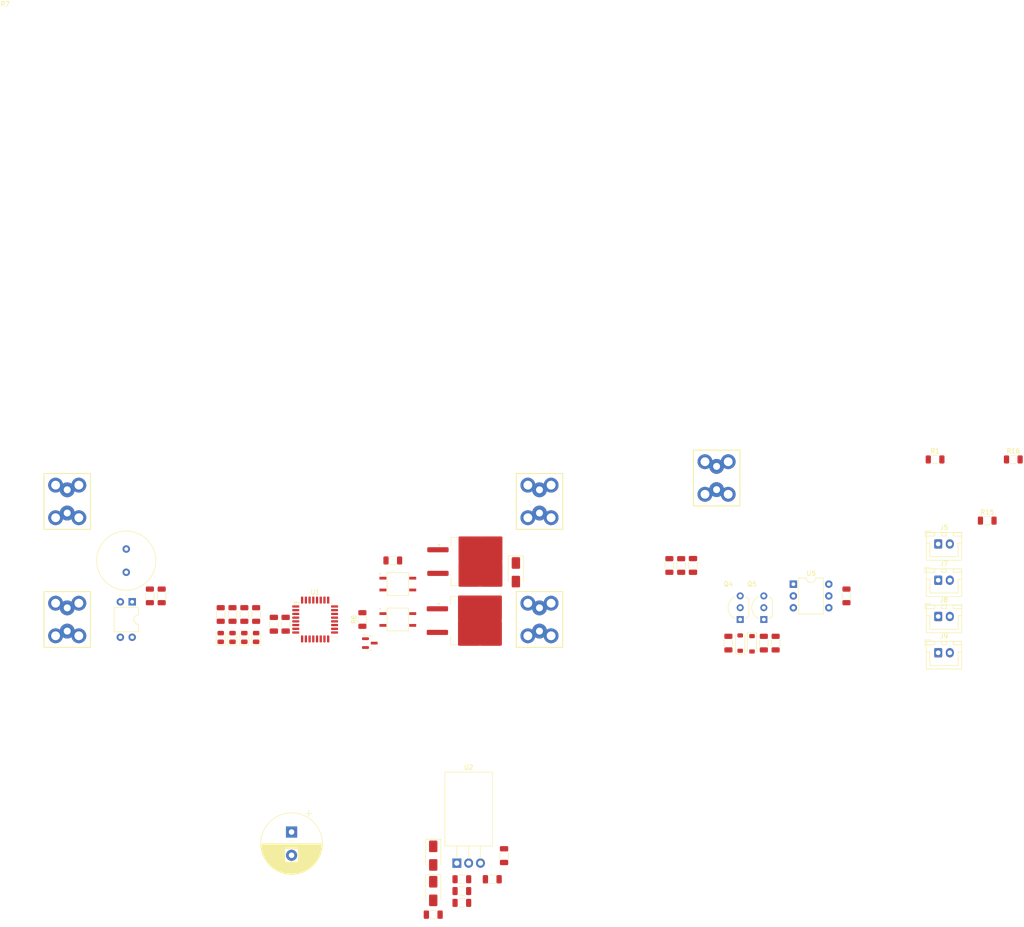
<source format=kicad_pcb>
(kicad_pcb (version 20240108) (generator "pcbnew") (generator_version "8.0")
  (layers (0 "F.Cu" signal) (31 "B.Cu" signal) (34 "B.Paste" user) (35 "F.Paste" user) (36 "B.SilkS" user "B.Silkscreen") (37 "F.SilkS" user "F.Silkscreen") (38 "B.Mask" user) (39 "F.Mask" user) (44 "Edge.Cuts" user))
  (net 0 "")
  (net 1 "GND")
  (net 2 "+12V")
  (net 3 "Net-(D2-A)")
  (net 4 "+3.3V")
  (net 5 "Net-(U1-NRST)")
  (net 6 "Net-(R2-Pad2)")
  (net 12 "Net-(C7-Pad1)")
  (net 16 "NEG_SPK_OUT")
  (net 35 "Net-(D3-A2)")
  (net 36 "Net-(D3-A1)")
  (net 37 "Net-(Q1-S)")
  (net 38 "Net-(Q1-G)")
  (net 39 "Net-(Q3-C)")
  (net 40 "Net-(Q3-B)")
  (net 41 "Net-(R5-Pad2)")
  (net 42 "SPK_ON")
  (net 43 "DC_DETECT")
  (net 44 "SW_DATA")
  (net 45 "SW_CLK")
  (net 46 "ADC0")
  (net 47 "Net-(D4-A)")
  (net 48 "Net-(Q4-E)")
  (net 49 "Net-(D4-K)")
  (net 50 "Net-(D5-K)")
  (net 51 "Net-(D6-A)")
  (net 52 "Net-(D7-A)")
  (net 53 "Net-(D8-A)")
  (net 54 "Net-(D9-A)")
  (net 55 "Net-(J5-Pin_1)")
  (net 56 "Net-(J5-Pin_2)")
  (net 57 "+70V")
  (net 58 "Net-(J8-Pin_1)")
  (net 59 "Net-(J9-Pin_1)")
  (net 60 "Net-(Q4-B)")
  (net 61 "Net-(Q5-C)")
  (net 62 "OVERCURRENT_DETECT")
  (net 63 "LED_OVERCURRENT")
  (net 64 "LED_DC")
  (net 65 "LED_OVERTEMPERATURE")
  (net 66 "LED_SPKON")
  (net 67 "Net-(U3-Pad2)")
  (footprint "Resistor_SMD:R_1206_3216Metric" (layer "F.Cu") (at 182.88 64.5775 -90)
    (property "Reference" "R9" (hide yes))
    (property "Value" "470R")
    (pad "1" smd roundrect (at -1.4625 0 270) (size 1.125 1.75) (layers "F.Cu" "F.Paste" "F.Mask") (roundrect_rratio 0.222222) (net 55 "Net-(J5-Pin_1)"))
    (pad "2" smd roundrect (at 1.4625 0 270) (size 1.125 1.75) (layers "F.Cu" "F.Paste" "F.Mask") (roundrect_rratio 0.222222) (net 47 "Net-(D4-A)"))
  )
  (footprint "Resistor_SMD:R_1206_3216Metric" (layer "F.Cu") (at 88.9 75.1225 -90)
    (property "Reference" "R17" (hide yes))
    (property "Value" "140R")
    (pad "1" smd roundrect (at -1.4625 0 270) (size 1.125 1.75) (layers "F.Cu" "F.Paste" "F.Mask") (roundrect_rratio 0.222222) (net 63 "LED_OVERCURRENT"))
    (pad "2" smd roundrect (at 1.4625 0 270) (size 1.125 1.75) (layers "F.Cu" "F.Paste" "F.Mask") (roundrect_rratio 0.222222) (net 51 "Net-(D6-A)"))
  )
  (footprint "Resistor_SMD:R_1206_3216Metric" (layer "F.Cu") (at 218.44 71.12 90)
    (property "Reference" "R14" (hide yes))
    (property "Value" "4.7k")
    (pad "1" smd roundrect (at -1.4625 0 90) (size 1.125 1.75) (layers "F.Cu" "F.Paste" "F.Mask") (roundrect_rratio 0.222222) (net 62 "OVERCURRENT_DETECT"))
    (pad "2" smd roundrect (at 1.4625 0 90) (size 1.125 1.75) (layers "F.Cu" "F.Paste" "F.Mask") (roundrect_rratio 0.222222) (net 1 "GND"))
  )
  (footprint "CustomKicadFootprint:KEYSTONE_8191" (layer "F.Cu") (at 50.8 76.2)
    (property "Reference" "J2" (hide yes))
    (property "Value" "8191" (hide yes))
    (pad "1" thru_hole circle (at -2.5 -3.505) (size 3.2 3.2) (drill 1.9) (layers "*.Cu" "*.Mask") (net 36 "Net-(D3-A1)"))
    (pad "1" thru_hole circle (at -2.5 3.505) (size 3.2 3.2) (drill 1.9) (layers "*.Cu" "*.Mask") (net 36 "Net-(D3-A1)"))
    (pad "1" thru_hole circle (at 0 -2.5) (size 3.2 3.2) (drill 1.5) (layers "*.Cu" "*.Mask") (net 36 "Net-(D3-A1)"))
    (pad "1" thru_hole circle (at 0 2.5) (size 3.2 3.2) (drill 1.5) (layers "*.Cu" "*.Mask") (net 36 "Net-(D3-A1)"))
    (pad "1" thru_hole circle (at 2.5 -3.505) (size 3.2 3.2) (drill 1.9) (layers "*.Cu" "*.Mask") (net 36 "Net-(D3-A1)"))
    (pad "1" thru_hole circle (at 2.5 3.505) (size 3.2 3.2) (drill 1.9) (layers "*.Cu" "*.Mask") (net 36 "Net-(D3-A1)"))
  )
  (footprint "Connector_JST:JST_XH_B2B-XH-A_1x02_P2.50mm_Vertical" (layer "F.Cu") (at 238.175 59.95)
    (property "Reference" "J5" (at 1.25 -3.55 0) (layer "F.SilkS"))
    (property "Value" "JST XH")
    (pad "1" thru_hole roundrect (at 0 0) (size 1.7 2) (drill 1) (layers "*.Cu" "*.Mask") (roundrect_rratio 0.147059) (net 55 "Net-(J5-Pin_1)"))
    (pad "2" thru_hole oval (at 2.5 0) (size 1.7 2) (drill 1) (layers "*.Cu" "*.Mask") (net 56 "Net-(J5-Pin_2)"))
  )
  (footprint "Resistor_SMD:R_1206_3216Metric" (layer "F.Cu") (at 68.58 71.12 -90)
    (property "Reference" "R7" (at -127.345 31.14 360) (layer "F.SilkS"))
    (property "Value" "4.7k")
    (pad "1" smd roundrect (at -1.4625 0 270) (size 1.125 1.75) (layers "F.Cu" "F.Paste" "F.Mask") (roundrect_rratio 0.222222) (net 36 "Net-(D3-A1)"))
    (pad "2" smd roundrect (at 1.4625 0 270) (size 1.125 1.75) (layers "F.Cu" "F.Paste" "F.Mask") (roundrect_rratio 0.222222) (net 12 "Net-(C7-Pad1)"))
  )
  (footprint "Package_TO_SOT_THT:TO-220-3_Horizontal_TabDown" (layer "F.Cu") (at 134.62 128.61)
    (property "Reference" "U2" (at 2.54 -20.58 0) (layer "F.SilkS"))
    (property "Value" "LM317_TO-220" (hide yes))
    (pad "" np_thru_hole oval (at 2.54 -16.66) (size 3.5 3.5) (drill 3.5) (layers "*.Cu" "*.Mask"))
    (pad "1" thru_hole rect (at 0 0) (size 1.905 2) (drill 1.1) (layers "*.Cu" "*.Mask") (net 3 "Net-(D2-A)"))
    (pad "2" thru_hole oval (at 2.54 0) (size 1.905 2) (drill 1.1) (layers "*.Cu" "*.Mask") (net 4 "+3.3V"))
    (pad "3" thru_hole oval (at 5.08 0) (size 1.905 2) (drill 1.1) (layers "*.Cu" "*.Mask") (net 2 "+12V"))
  )
  (footprint "Diode_SMD:D_SMA" (layer "F.Cu") (at 129.54 134.62 -90)
    (property "Reference" "D2" (hide yes))
    (property "Value" "SS210")
    (pad "1" smd roundrect (at -2 0 270) (size 2.5 1.8) (layers "F.Cu" "F.Paste" "F.Mask") (roundrect_rratio 0.1388888889) (net 4 "+3.3V"))
    (pad "2" smd roundrect (at 2 0 270) (size 2.5 1.8) (layers "F.Cu" "F.Paste" "F.Mask") (roundrect_rratio 0.1388888889) (net 3 "Net-(D2-A)"))
  )
  (footprint "Resistor_SMD:R_1206_3216Metric" (layer "F.Cu") (at 254.335 41.77)
    (property "Reference" "R16" (at 0 -1.82 0) (layer "F.SilkS"))
    (property "Value" "4.7k")
    (pad "1" smd roundrect (at -1.4625 0) (size 1.125 1.75) (layers "F.Cu" "F.Paste" "F.Mask") (roundrect_rratio 0.222222) (net 4 "+3.3V"))
    (pad "2" smd roundrect (at 1.4625 0) (size 1.125 1.75) (layers "F.Cu" "F.Paste" "F.Mask") (roundrect_rratio 0.222222) (net 58 "Net-(J8-Pin_1)"))
  )
  (footprint "Package_TO_SOT_THT:TO-92_Inline_Wide" (layer "F.Cu") (at 200.66 76.2 90)
    (property "Reference" "Q5" (at 7.62 -2.54 180) (layer "F.SilkS"))
    (property "Value" "2N5551" (hide yes))
    (pad "1" thru_hole rect (at 0 0 90) (size 1.5 1.5) (drill 0.8) (layers "*.Cu" "*.Mask") (net 60 "Net-(Q4-B)"))
    (pad "2" thru_hole circle (at 2.54 0 90) (size 1.5 1.5) (drill 0.8) (layers "*.Cu" "*.Mask") (net 47 "Net-(D4-A)"))
    (pad "3" thru_hole circle (at 5.08 0 90) (size 1.5 1.5) (drill 0.8) (layers "*.Cu" "*.Mask") (net 61 "Net-(Q5-C)"))
  )
  (footprint "Capacitor_SMD:C_1206_3216Metric" (layer "F.Cu") (at 97.79 77.216 -90)
    (property "Reference" "C4" (hide yes))
    (property "Value" "100n" (hide yes))
    (pad "1" smd roundrect (at -1.475 0 270) (size 1.15 1.8) (layers "F.Cu" "F.Paste" "F.Mask") (roundrect_rratio 0.217391) (net 4 "+3.3V"))
    (pad "2" smd roundrect (at 1.475 0 270) (size 1.15 1.8) (layers "F.Cu" "F.Paste" "F.Mask") (roundrect_rratio 0.217391) (net 1 "GND"))
  )
  (footprint "Resistor_SMD:R_1206_3216Metric" (layer "F.Cu") (at 135.6975 132.08 180)
    (property "Reference" "R3" (hide yes))
    (property "Value" "1k")
    (pad "1" smd roundrect (at -1.4625 0 180) (size 1.125 1.75) (layers "F.Cu" "F.Paste" "F.Mask") (roundrect_rratio 0.222222) (net 4 "+3.3V"))
    (pad "2" smd roundrect (at 1.4625 0 180) (size 1.125 1.75) (layers "F.Cu" "F.Paste" "F.Mask") (roundrect_rratio 0.222222) (net 3 "Net-(D2-A)"))
  )
  (footprint "Diode_SMD:D_SMA" (layer "F.Cu") (at 147.32 66.04 -90)
    (property "Reference" "D3" (hide yes))
    (property "Value" "SMAJ150CA")
    (pad "1" smd roundrect (at -2 0 270) (size 2.5 1.8) (layers "F.Cu" "F.Paste" "F.Mask") (roundrect_rratio 0.1388888889) (net 36 "Net-(D3-A1)"))
    (pad "2" smd roundrect (at 2 0 270) (size 2.5 1.8) (layers "F.Cu" "F.Paste" "F.Mask") (roundrect_rratio 0.1388888889) (net 35 "Net-(D3-A2)"))
  )
  (footprint "Resistor_SMD:R_1206_3216Metric" (layer "F.Cu") (at 135.6975 137.16 180)
    (property "Reference" "R4" (hide yes))
    (property "Value" "510R")
    (pad "1" smd roundrect (at -1.4625 0 180) (size 1.125 1.75) (layers "F.Cu" "F.Paste" "F.Mask") (roundrect_rratio 0.222222) (net 6 "Net-(R2-Pad2)"))
    (pad "2" smd roundrect (at 1.4625 0 180) (size 1.125 1.75) (layers "F.Cu" "F.Paste" "F.Mask") (roundrect_rratio 0.222222) (net 1 "GND"))
  )
  (footprint "Resistor_SMD:R_1206_3216Metric" (layer "F.Cu") (at 83.82 75.1225 -90)
    (property "Reference" "R20" (hide yes))
    (property "Value" "108R")
    (pad "1" smd roundrect (at -1.4625 0 270) (size 1.125 1.75) (layers "F.Cu" "F.Paste" "F.Mask") (roundrect_rratio 0.222222) (net 66 "LED_SPKON"))
    (pad "2" smd roundrect (at 1.4625 0 270) (size 1.125 1.75) (layers "F.Cu" "F.Paste" "F.Mask") (roundrect_rratio 0.222222) (net 54 "Net-(D9-A)"))
  )
  (footprint "Capacitor_SMD:C_1206_3216Metric" (layer "F.Cu") (at 129.54 139.7)
    (property "Reference" "C3" (hide yes))
    (property "Value" "100n")
    (pad "1" smd roundrect (at -1.475 0) (size 1.15 1.8) (layers "F.Cu" "F.Paste" "F.Mask") (roundrect_rratio 0.217391) (net 3 "Net-(D2-A)"))
    (pad "2" smd roundrect (at 1.475 0) (size 1.15 1.8) (layers "F.Cu" "F.Paste" "F.Mask") (roundrect_rratio 0.217391) (net 1 "GND"))
  )
  (footprint "Resistor_SMD:R_1206_3216Metric" (layer "F.Cu") (at 200.66 81.28 90)
    (property "Reference" "R12" (hide yes))
    (property "Value" "18k")
    (pad "1" smd roundrect (at -1.4625 0 90) (size 1.125 1.75) (layers "F.Cu" "F.Paste" "F.Mask") (roundrect_rratio 0.222222) (net 48 "Net-(Q4-E)"))
    (pad "2" smd roundrect (at 1.4625 0 90) (size 1.125 1.75) (layers "F.Cu" "F.Paste" "F.Mask") (roundrect_rratio 0.222222) (net 50 "Net-(D5-K)"))
  )
  (footprint "Resistor_SMD:R_1206_3216Metric" (layer "F.Cu") (at 180.34 64.5775 -90)
    (property "Reference" "R10" (hide yes))
    (property "Value" "470R")
    (pad "1" smd roundrect (at -1.4625 0 270) (size 1.125 1.75) (layers "F.Cu" "F.Paste" "F.Mask") (roundrect_rratio 0.222222) (net 56 "Net-(J5-Pin_2)"))
    (pad "2" smd roundrect (at 1.4625 0 270) (size 1.125 1.75) (layers "F.Cu" "F.Paste" "F.Mask") (roundrect_rratio 0.222222) (net 48 "Net-(Q4-E)"))
  )
  (footprint "CustomKicadFootprint:KEYSTONE_8191" (layer "F.Cu") (at 152.4 50.8)
    (property "Reference" "J4" (hide yes))
    (property "Value" "8191" (hide yes))
    (pad "1" thru_hole circle (at -2.5 -3.505) (size 3.2 3.2) (drill 1.9) (layers "*.Cu" "*.Mask") (net 16 "NEG_SPK_OUT"))
    (pad "1" thru_hole circle (at -2.5 3.505) (size 3.2 3.2) (drill 1.9) (layers "*.Cu" "*.Mask") (net 16 "NEG_SPK_OUT"))
    (pad "1" thru_hole circle (at 0 -2.5) (size 3.2 3.2) (drill 1.5) (layers "*.Cu" "*.Mask") (net 16 "NEG_SPK_OUT"))
    (pad "1" thru_hole circle (at 0 2.5) (size 3.2 3.2) (drill 1.5) (layers "*.Cu" "*.Mask") (net 16 "NEG_SPK_OUT"))
    (pad "1" thru_hole circle (at 2.5 -3.505) (size 3.2 3.2) (drill 1.9) (layers "*.Cu" "*.Mask") (net 16 "NEG_SPK_OUT"))
    (pad "1" thru_hole circle (at 2.5 3.505) (size 3.2 3.2) (drill 1.9) (layers "*.Cu" "*.Mask") (net 16 "NEG_SPK_OUT"))
  )
  (footprint "Resistor_SMD:R_1206_3216Metric" (layer "F.Cu") (at 120.8425 63.5)
    (property "Reference" "R5" (hide yes))
    (property "Value" "2k2")
    (pad "1" smd roundrect (at -1.4625 0) (size 1.125 1.75) (layers "F.Cu" "F.Paste" "F.Mask") (roundrect_rratio 0.222222) (net 2 "+12V"))
    (pad "2" smd roundrect (at 1.4625 0) (size 1.125 1.75) (layers "F.Cu" "F.Paste" "F.Mask") (roundrect_rratio 0.222222) (net 41 "Net-(R5-Pad2)"))
  )
  (footprint "Resistor_SMD:R_1206_3216Metric" (layer "F.Cu") (at 193.04 81.28 -90)
    (property "Reference" "R11" (hide yes))
    (property "Value" "18k")
    (pad "1" smd roundrect (at -1.4625 0 270) (size 1.125 1.75) (layers "F.Cu" "F.Paste" "F.Mask") (roundrect_rratio 0.222222) (net 16 "NEG_SPK_OUT"))
    (pad "2" smd roundrect (at 1.4625 0 270) (size 1.125 1.75) (layers "F.Cu" "F.Paste" "F.Mask") (roundrect_rratio 0.222222) (net 49 "Net-(D4-K)"))
  )
  (footprint "Capacitor_THT:C_Radial_D12.5mm_H20.0mm_P5.00mm" (layer "F.Cu") (at 63.5 66.04 90)
    (property "Reference" "C7" (hide yes))
    (property "Value" "220u" (hide yes))
    (pad "1" thru_hole circle (at 0 0 90) (size 1.6 1.6) (drill 0.8) (layers "*.Cu" "*.Mask") (net 12 "Net-(C7-Pad1)"))
    (pad "2" thru_hole circle (at 5 0 90) (size 1.6 1.6) (drill 0.8) (layers "*.Cu" "*.Mask") (net 16 "NEG_SPK_OUT"))
  )
  (footprint "Package_TO_SOT_THT:TO-92_Inline_Wide" (layer "F.Cu") (at 195.58 76.2 90)
    (property "Reference" "Q4" (at 7.62 -2.54 180) (layer "F.SilkS"))
    (property "Value" "BC549" (hide yes))
    (pad "1" thru_hole rect (at 0 0 90) (size 1.5 1.5) (drill 0.8) (layers "*.Cu" "*.Mask") (net 47 "Net-(D4-A)"))
    (pad "2" thru_hole circle (at 2.54 0 90) (size 1.5 1.5) (drill 0.8) (layers "*.Cu" "*.Mask") (net 60 "Net-(Q4-B)"))
    (pad "3" thru_hole circle (at 5.08 0 90) (size 1.5 1.5) (drill 0.8) (layers "*.Cu" "*.Mask") (net 48 "Net-(Q4-E)"))
  )
  (footprint "Diode_SMD:D_SOD-123" (layer "F.Cu") (at 198.12 81.43 -90)
    (property "Reference" "D5" (hide yes))
    (property "Value" "1N4148W")
    (pad "1" smd roundrect (at -1.65 0 270) (size 0.9 1.2) (layers "F.Cu" "F.Paste" "F.Mask") (net 50 "Net-(D5-K)"))
    (pad "2" smd roundrect (at 1.65 0 270) (size 0.9 1.2) (layers "F.Cu" "F.Paste" "F.Mask") (net 16 "NEG_SPK_OUT"))
  )
  (footprint "Capacitor_THT:CP_Radial_D13.0mm_P5.00mm" (layer "F.Cu") (at 99.06 121.92 -90)
    (property "Reference" "C1" (hide yes))
    (property "Value" "1000u" (hide yes))
    (pad "1" thru_hole rect (at 0 0 270) (size 2.4 2.4) (drill 1.2) (layers "*.Cu" "*.Mask") (net 2 "+12V"))
    (pad "2" thru_hole circle (at 5 0 270) (size 2.4 2.4) (drill 1.2) (layers "*.Cu" "*.Mask") (net 1 "GND"))
  )
  (footprint "Diode_SMD:D_SOD-123" (layer "F.Cu") (at 195.58 81.28 90)
    (property "Reference" "D4" (hide yes))
    (property "Value" "1N4148W")
    (pad "1" smd roundrect (at -1.65 0 90) (size 0.9 1.2) (layers "F.Cu" "F.Paste" "F.Mask") (net 49 "Net-(D4-K)"))
    (pad "2" smd roundrect (at 1.65 0 90) (size 0.9 1.2) (layers "F.Cu" "F.Paste" "F.Mask") (net 47 "Net-(D4-A)"))
  )
  (footprint "LED_SMD:LED_0805_2012Metric" (layer "F.Cu") (at 88.9 80.0625 90)
    (property "Reference" "D6" (hide yes))
    (property "Value" "LED")
    (pad "1" smd roundrect (at -0.9375 0 90) (size 0.975 1.4) (layers "F.Cu" "F.Paste" "F.Mask") (net 1 "GND"))
    (pad "2" smd roundrect (at 0.9375 0 90) (size 0.975 1.4) (layers "F.Cu" "F.Paste" "F.Mask") (net 51 "Net-(D6-A)"))
  )
  (footprint "Capacitor_SMD:C_1206_3216Metric" (layer "F.Cu") (at 144.78 127 90)
    (property "Reference" "C2" (hide yes))
    (property "Value" "1u")
    (pad "1" smd roundrect (at -1.475 0 90) (size 1.15 1.8) (layers "F.Cu" "F.Paste" "F.Mask") (roundrect_rratio 0.217391) (net 2 "+12V"))
    (pad "2" smd roundrect (at 1.475 0 90) (size 1.15 1.8) (layers "F.Cu" "F.Paste" "F.Mask") (roundrect_rratio 0.217391) (net 1 "GND"))
  )
  (footprint "LED_SMD:LED_0805_2012Metric" (layer "F.Cu") (at 91.44 80.0625 90)
    (property "Reference" "D7" (hide yes))
    (property "Value" "LED")
    (pad "1" smd roundrect (at -0.9375 0 90) (size 0.975 1.4) (layers "F.Cu" "F.Paste" "F.Mask") (net 1 "GND"))
    (pad "2" smd roundrect (at 0.9375 0 90) (size 0.975 1.4) (layers "F.Cu" "F.Paste" "F.Mask") (net 52 "Net-(D7-A)"))
  )
  (footprint "Resistor_SMD:R_1206_3216Metric" (layer "F.Cu") (at 86.36 75.1225 -90)
    (property "Reference" "R19" (hide yes))
    (property "Value" "140R")
    (pad "1" smd roundrect (at -1.4625 0 270) (size 1.125 1.75) (layers "F.Cu" "F.Paste" "F.Mask") (roundrect_rratio 0.222222) (net 65 "LED_OVERTEMPERATURE"))
    (pad "2" smd roundrect (at 1.4625 0 270) (size 1.125 1.75) (layers "F.Cu" "F.Paste" "F.Mask") (roundrect_rratio 0.222222) (net 53 "Net-(D8-A)"))
  )
  (footprint "Connector_JST:JST_XH_B2B-XH-A_1x02_P2.50mm_Vertical" (layer "F.Cu") (at 238.175 75.55)
    (property "Reference" "J8" (at 1.25 -3.55 0) (layer "F.SilkS"))
    (property "Value" "JST XH")
    (pad "1" thru_hole roundrect (at 0 0) (size 1.7 2) (drill 1) (layers "*.Cu" "*.Mask") (roundrect_rratio 0.147059) (net 58 "Net-(J8-Pin_1)"))
    (pad "2" thru_hole oval (at 2.5 0) (size 1.7 2) (drill 1) (layers "*.Cu" "*.Mask") (net 1 "GND"))
  )
  (footprint "Resistor_SMD:R_1206_3216Metric" (layer "F.Cu") (at 135.6975 134.62)
    (property "Reference" "R2" (hide yes))
    (property "Value" "1k")
    (pad "1" smd roundrect (at -1.4625 0) (size 1.125 1.75) (layers "F.Cu" "F.Paste" "F.Mask") (roundrect_rratio 0.222222) (net 3 "Net-(D2-A)"))
    (pad "2" smd roundrect (at 1.4625 0) (size 1.125 1.75) (layers "F.Cu" "F.Paste" "F.Mask") (roundrect_rratio 0.222222) (net 6 "Net-(R2-Pad2)"))
  )
  (footprint "footprints:SOIC254P695X242-4N" (layer "F.Cu") (at 121.92 68.58)
    (property "Reference" "U3" (hide yes))
    (property "Value" "VOM1271T")
    (pad "1" smd rect (at -3.205 -1.27) (size 1.5 0.6) (layers "F.Cu" "F.Paste" "F.Mask") (net 41 "Net-(R5-Pad2)"))
    (pad "2" smd rect (at -3.205 1.27) (size 1.5 0.6) (layers "F.Cu" "F.Paste" "F.Mask") (net 67 "Net-(U3-Pad2)"))
    (pad "3" smd rect (at 3.205 1.27) (size 1.5 0.6) (layers "F.Cu" "F.Paste" "F.Mask") (net 37 "Net-(Q1-S)"))
    (pad "4" smd rect (at 3.205 -1.27) (size 1.5 0.6) (layers "F.Cu" "F.Paste" "F.Mask") (net 38 "Net-(Q1-G)"))
  )
  (footprint "Resistor_SMD:R_1206_3216Metric" (layer "F.Cu") (at 71.12 71.12 90)
    (property "Reference" "R8" (hide yes))
    (property "Value" "4.7k")
    (pad "1" smd roundrect (at -1.4625 0 90) (size 1.125 1.75) (layers "F.Cu" "F.Paste" "F.Mask") (roundrect_rratio 0.222222) (net 43 "DC_DETECT"))
    (pad "2" smd roundrect (at 1.4625 0 90) (size 1.125 1.75) (layers "F.Cu" "F.Paste" "F.Mask") (roundrect_rratio 0.222222) (net 1 "GND"))
  )
  (footprint "Package_TO_SOT_SMD:TO-263-2" (layer "F.Cu") (at 138.085 76.435)
    (property "Reference" "Q2" (hide yes))
    (property "Value" "027N10N" (hide yes))
    (pad "1" smd roundrect (at -7.65 -2.54) (size 4.6 1.1) (layers "F.Cu" "F.Paste" "F.Mask") (roundrect_rratio 0.227273) (net 38 "Net-(Q1-G)"))
    (pad "2" smd roundrect (at -0.925 -2.775) (size 4.55 5.25) (layers "F.Cu" "F.Paste") (roundrect_rratio 0.054945) (net 35 "Net-(D3-A2)"))
    (pad "2" smd roundrect (at -0.925 2.775) (size 4.55 5.25) (layers "F.Cu" "F.Paste") (roundrect_rratio 0.054945) (net 35 "Net-(D3-A2)"))
    (pad "2" smd roundrect (at 1.5 0) (size 9.4 10.8) (layers "F.Cu" "F.Mask") (roundrect_rratio 0.026596) (net 35 "Net-(D3-A2)"))
    (pad "2" smd roundrect (at 3.925 -2.775) (size 4.55 5.25) (layers "F.Cu" "F.Paste") (roundrect_rratio 0.054945) (net 35 "Net-(D3-A2)"))
    (pad "2" smd roundrect (at 3.925 2.775) (size 4.55 5.25) (layers "F.Cu" "F.Paste") (roundrect_rratio 0.054945) (net 35 "Net-(D3-A2)"))
    (pad "3" smd roundrect (at -7.65 2.54) (size 4.6 1.1) (layers "F.Cu" "F.Paste" "F.Mask") (roundrect_rratio 0.227273) (net 37 "Net-(Q1-S)"))
  )
  (footprint "Resistor_SMD:R_1206_3216Metric" (layer "F.Cu") (at 248.725 54.93)
    (property "Reference" "R15" (at 0 -1.82 0) (layer "F.SilkS"))
    (property "Value" "4.7k")
    (pad "1" smd roundrect (at -1.4625 0) (size 1.125 1.75) (layers "F.Cu" "F.Paste" "F.Mask") (roundrect_rratio 0.222222) (net 4 "+3.3V"))
    (pad "2" smd roundrect (at 1.4625 0) (size 1.125 1.75) (layers "F.Cu" "F.Paste" "F.Mask") (roundrect_rratio 0.222222) (net 59 "Net-(J9-Pin_1)"))
  )
  (footprint "Package_DIP:DIP-4_W7.62mm" (layer "F.Cu") (at 64.775 72.4 -90)
    (property "Reference" "U6" (hide yes))
    (property "Value" "LTV-8141")
    (pad "1" thru_hole rect (at 0 0 270) (size 1.6 1.6) (drill 0.8) (layers "*.Cu" "*.Mask") (net 12 "Net-(C7-Pad1)"))
    (pad "2" thru_hole oval (at 0 2.54 270) (size 1.6 1.6) (drill 0.8) (layers "*.Cu" "*.Mask") (net 16 "NEG_SPK_OUT"))
    (pad "3" thru_hole oval (at 7.62 2.54 270) (size 1.6 1.6) (drill 0.8) (layers "*.Cu" "*.Mask") (net 43 "DC_DETECT"))
    (pad "4" thru_hole oval (at 7.62 0 270) (size 1.6 1.6) (drill 0.8) (layers "*.Cu" "*.Mask") (net 4 "+3.3V"))
  )
  (footprint "Capacitor_SMD:C_1206_3216Metric" (layer "F.Cu") (at 185.42 64.565 90)
    (property "Reference" "C8" (hide yes))
    (property "Value" "2.2u")
    (pad "1" smd roundrect (at -1.475 0 90) (size 1.15 1.8) (layers "F.Cu" "F.Paste" "F.Mask") (roundrect_rratio 0.217391) (net 47 "Net-(D4-A)"))
    (pad "2" smd roundrect (at 1.475 0 90) (size 1.15 1.8) (layers "F.Cu" "F.Paste" "F.Mask") (roundrect_rratio 0.217391) (net 48 "Net-(Q4-E)"))
  )
  (footprint "Capacitor_SMD:C_1206_3216Metric" (layer "F.Cu") (at 95.25 77.216 -90)
    (property "Reference" "C5" (hide yes))
    (property "Value" "4.7u" (hide yes))
    (pad "1" smd roundrect (at -1.475 0 270) (size 1.15 1.8) (layers "F.Cu" "F.Paste" "F.Mask") (roundrect_rratio 0.217391) (net 4 "+3.3V"))
    (pad "2" smd roundrect (at 1.475 0 270) (size 1.15 1.8) (layers "F.Cu" "F.Paste" "F.Mask") (roundrect_rratio 0.217391) (net 1 "GND"))
  )
  (footprint "Resistor_SMD:R_1206_3216Metric" (layer "F.Cu") (at 114.3 76.2 90)
    (property "Reference" "R6" (at 0 -1.82 90) (layer "F.SilkS"))
    (property "Value" "1k")
    (pad "1" smd roundrect (at -1.4625 0 90) (size 1.125 1.75) (layers "F.Cu" "F.Paste" "F.Mask") (roundrect_rratio 0.222222) (net 40 "Net-(Q3-B)"))
    (pad "2" smd roundrect (at 1.4625 0 90) (size 1.125 1.75) (layers "F.Cu" "F.Paste" "F.Mask") (roundrect_rratio 0.222222) (net 42 "SPK_ON"))
  )
  (footprint "LED_SMD:LED_0805_2012Metric" (layer "F.Cu") (at 86.36 80.0625 90)
    (property "Reference" "D8" (hide yes))
    (property "Value" "LED")
    (pad "1" smd roundrect (at -0.9375 0 90) (size 0.975 1.4) (layers "F.Cu" "F.Paste" "F.Mask") (net 1 "GND"))
    (pad "2" smd roundrect (at 0.9375 0 90) (size 0.975 1.4) (layers "F.Cu" "F.Paste" "F.Mask") (net 53 "Net-(D8-A)"))
  )
  (footprint "CustomKicadFootprint:KEYSTONE_8191" (layer "F.Cu") (at 50.8 50.8)
    (property "Reference" "J3" (hide yes))
    (property "Value" "8191" (hide yes))
    (pad "1" thru_hole circle (at -2.5 -3.505) (size 3.2 3.2) (drill 1.9) (layers "*.Cu" "*.Mask") (net 16 "NEG_SPK_OUT"))
    (pad "1" thru_hole circle (at -2.5 3.505) (size 3.2 3.2) (drill 1.9) (layers "*.Cu" "*.Mask") (net 16 "NEG_SPK_OUT"))
    (pad "1" thru_hole circle (at 0 -2.5) (size 3.2 3.2) (drill 1.5) (layers "*.Cu" "*.Mask") (net 16 "NEG_SPK_OUT"))
    (pad "1" thru_hole circle (at 0 2.5) (size 3.2 3.2) (drill 1.5) (layers "*.Cu" "*.Mask") (net 16 "NEG_SPK_OUT"))
    (pad "1" thru_hole circle (at 2.5 -3.505) (size 3.2 3.2) (drill 1.9) (layers "*.Cu" "*.Mask") (net 16 "NEG_SPK_OUT"))
    (pad "1" thru_hole circle (at 2.5 3.505) (size 3.2 3.2) (drill 1.9) (layers "*.Cu" "*.Mask") (net 16 "NEG_SPK_OUT"))
  )
  (footprint "Connector_JST:JST_XH_B2B-XH-A_1x02_P2.50mm_Vertical" (layer "F.Cu") (at 238.175 67.75)
    (property "Reference" "J7" (at 1.25 -3.55 0) (layer "F.SilkS"))
    (property "Value" "JST XH")
    (pad "1" thru_hole roundrect (at 0 0) (size 1.7 2) (drill 1) (layers "*.Cu" "*.Mask") (roundrect_rratio 0.147059) (net 2 "+12V"))
    (pad "2" thru_hole oval (at 2.5 0) (size 1.7 2) (drill 1) (layers "*.Cu" "*.Mask") (net 1 "GND"))
  )
  (footprint "Resistor_SMD:R_1206_3216Metric" (layer "F.Cu") (at 203.2 81.28 90)
    (property "Reference" "R13" (hide yes))
    (property "Value" "220R")
    (pad "1" smd roundrect (at -1.4625 0 90) (size 1.125 1.75) (layers "F.Cu" "F.Paste" "F.Mask") (roundrect_rratio 0.222222) (net 48 "Net-(Q4-E)"))
    (pad "2" smd roundrect (at 1.4625 0 90) (size 1.125 1.75) (layers "F.Cu" "F.Paste" "F.Mask") (roundrect_rratio 0.222222) (net 60 "Net-(Q4-B)"))
  )
  (footprint "Resistor_SMD:R_1206_3216Metric" (layer "F.Cu") (at 91.44 75.1225 -90)
    (property "Reference" "R18" (hide yes))
    (property "Value" "140R")
    (pad "1" smd roundrect (at -1.4625 0 270) (size 1.125 1.75) (layers "F.Cu" "F.Paste" "F.Mask") (roundrect_rratio 0.222222) (net 64 "LED_DC"))
    (pad "2" smd roundrect (at 1.4625 0 270) (size 1.125 1.75) (layers "F.Cu" "F.Paste" "F.Mask") (roundrect_rratio 0.222222) (net 52 "Net-(D7-A)"))
  )
  (footprint "CustomKicadFootprint:KEYSTONE_8191" (layer "F.Cu") (at 152.4 76.2)
    (property "Reference" "J1" (hide yes))
    (property "Value" "8191" (hide yes))
    (pad "1" thru_hole circle (at -2.5 -3.505) (size 3.2 3.2) (drill 1.9) (layers "*.Cu" "*.Mask") (net 35 "Net-(D3-A2)"))
    (pad "1" thru_hole circle (at -2.5 3.505) (size 3.2 3.2) (drill 1.9) (layers "*.Cu" "*.Mask") (net 35 "Net-(D3-A2)"))
    (pad "1" thru_hole circle (at 0 -2.5) (size 3.2 3.2) (drill 1.5) (layers "*.Cu" "*.Mask") (net 35 "Net-(D3-A2)"))
    (pad "1" thru_hole circle (at 0 2.5) (size 3.2 3.2) (drill 1.5) (layers "*.Cu" "*.Mask") (net 35 "Net-(D3-A2)"))
    (pad "1" thru_hole circle (at 2.5 -3.505) (size 3.2 3.2) (drill 1.9) (layers "*.Cu" "*.Mask") (net 35 "Net-(D3-A2)"))
    (pad "1" thru_hole circle (at 2.5 3.505) (size 3.2 3.2) (drill 1.9) (layers "*.Cu" "*.Mask") (net 35 "Net-(D3-A2)"))
  )
  (footprint "CustomKicadFootprint:KEYSTONE_8191" (layer "F.Cu") (at 190.5 45.76)
    (property "Reference" "J6" (hide yes))
    (property "Value" "8191" (hide yes))
    (pad "1" thru_hole circle (at -2.5 -3.505) (size 3.2 3.2) (drill 1.9) (layers "*.Cu" "*.Mask") (net 57 "+70V"))
    (pad "1" thru_hole circle (at -2.5 3.505) (size 3.2 3.2) (drill 1.9) (layers "*.Cu" "*.Mask") (net 57 "+70V"))
    (pad "1" thru_hole circle (at 0 -2.5) (size 3.2 3.2) (drill 1.5) (layers "*.Cu" "*.Mask") (net 57 "+70V"))
    (pad "1" thru_hole circle (at 0 2.5) (size 3.2 3.2) (drill 1.5) (layers "*.Cu" "*.Mask") (net 57 "+70V"))
    (pad "1" thru_hole circle (at 2.5 -3.505) (size 3.2 3.2) (drill 1.9) (layers "*.Cu" "*.Mask") (net 57 "+70V"))
    (pad "1" thru_hole circle (at 2.5 3.505) (size 3.2 3.2) (drill 1.9) (layers "*.Cu" "*.Mask") (net 57 "+70V"))
  )
  (footprint "Package_DIP:DIP-6_W7.62mm" (layer "F.Cu") (at 207.02 68.595)
    (property "Reference" "U5" (at 3.81 -2.33 0) (layer "F.SilkS"))
    (property "Value" "CNY17-3")
    (pad "1" thru_hole rect (at 0 0) (size 1.6 1.6) (drill 0.8) (layers "*.Cu" "*.Mask") (net 57 "+70V"))
    (pad "2" thru_hole oval (at 0 2.54) (size 1.6 1.6) (drill 0.8) (layers "*.Cu" "*.Mask") (net 61 "Net-(Q5-C)"))
    (pad "3" thru_hole oval (at 0 5.08) (size 1.6 1.6) (drill 0.8) (layers "*.Cu" "*.Mask"))
    (pad "4" thru_hole oval (at 7.62 5.08) (size 1.6 1.6) (drill 0.8) (layers "*.Cu" "*.Mask") (net 62 "OVERCURRENT_DETECT"))
    (pad "5" thru_hole oval (at 7.62 2.54) (size 1.6 1.6) (drill 0.8) (layers "*.Cu" "*.Mask") (net 4 "+3.3V"))
    (pad "6" thru_hole oval (at 7.62 0) (size 1.6 1.6) (drill 0.8) (layers "*.Cu" "*.Mask"))
  )
  (footprint "Package_TO_SOT_SMD:SOT-23" (layer "F.Cu") (at 115.9025 81.28)
    (property "Reference" "Q3" (hide yes))
    (property "Value" "MMBT3904")
    (pad "1" smd roundrect (at -0.9375 -0.95) (size 1.475 0.6) (layers "F.Cu" "F.Paste" "F.Mask") (net 40 "Net-(Q3-B)"))
    (pad "2" smd roundrect (at -0.9375 0.95) (size 1.475 0.6) (layers "F.Cu" "F.Paste" "F.Mask") (net 1 "GND"))
    (pad "3" smd roundrect (at 0.9375 0) (size 1.475 0.6) (layers "F.Cu" "F.Paste" "F.Mask") (net 39 "Net-(Q3-C)"))
  )
  (footprint "LED_SMD:LED_0805_2012Metric" (layer "F.Cu") (at 83.82 80.0625 90)
    (property "Reference" "D9" (hide yes))
    (property "Value" "LED")
    (pad "1" smd roundrect (at -0.9375 0 90) (size 0.975 1.4) (layers "F.Cu" "F.Paste" "F.Mask") (net 1 "GND"))
    (pad "2" smd roundrect (at 0.9375 0 90) (size 0.975 1.4) (layers "F.Cu" "F.Paste" "F.Mask") (net 54 "Net-(D9-A)"))
  )
  (footprint "Connector_JST:JST_XH_B2B-XH-A_1x02_P2.50mm_Vertical" (layer "F.Cu") (at 238.175 83.35)
    (property "Reference" "J9" (at 1.25 -3.55 0) (layer "F.SilkS"))
    (property "Value" "JST XH")
    (pad "1" thru_hole roundrect (at 0 0) (size 1.7 2) (drill 1) (layers "*.Cu" "*.Mask") (roundrect_rratio 0.147059) (net 59 "Net-(J9-Pin_1)"))
    (pad "2" thru_hole oval (at 2.5 0) (size 1.7 2) (drill 1) (layers "*.Cu" "*.Mask") (net 1 "GND"))
  )
  (footprint "Resistor_SMD:R_1206_3216Metric" (layer "F.Cu") (at 237.505 41.77)
    (property "Reference" "R1" (at 0 -1.82 0) (layer "F.SilkS"))
    (property "Value" "DNP")
    (pad "1" smd roundrect (at -1.4625 0) (size 1.125 1.75) (layers "F.Cu" "F.Paste" "F.Mask") (roundrect_rratio 0.222222) (net 1 "GND"))
    (pad "2" smd roundrect (at 1.4625 0) (size 1.125 1.75) (layers "F.Cu" "F.Paste" "F.Mask") (roundrect_rratio 0.222222) (net 5 "Net-(U1-NRST)"))
  )
  (footprint "Diode_SMD:D_SMA" (layer "F.Cu") (at 129.54 127 -90)
    (property "Reference" "D1" (hide yes))
    (property "Value" "SS210")
    (pad "1" smd roundrect (at -2 0 270) (size 2.5 1.8) (layers "F.Cu" "F.Paste" "F.Mask") (roundrect_rratio 0.1388888889) (net 2 "+12V"))
    (pad "2" smd roundrect (at 2 0 270) (size 2.5 1.8) (layers "F.Cu" "F.Paste" "F.Mask") (roundrect_rratio 0.1388888889) (net 4 "+3.3V"))
  )
  (footprint "footprints:SOIC254P695X242-4N" (layer "F.Cu") (at 121.92 76.2)
    (property "Reference" "U4" (hide yes))
    (property "Value" "VOM1271T")
    (pad "1" smd rect (at -3.205 -1.27) (size 1.5 0.6) (layers "F.Cu" "F.Paste" "F.Mask") (net 67 "Net-(U3-Pad2)"))
    (pad "2" smd rect (at -3.205 1.27) (size 1.5 0.6) (layers "F.Cu" "F.Paste" "F.Mask") (net 39 "Net-(Q3-C)"))
    (pad "3" smd rect (at 3.205 1.27) (size 1.5 0.6) (layers "F.Cu" "F.Paste" "F.Mask") (net 37 "Net-(Q1-S)"))
    (pad "4" smd rect (at 3.205 -1.27) (size 1.5 0.6) (layers "F.Cu" "F.Paste" "F.Mask") (net 38 "Net-(Q1-G)"))
  )
  (footprint "Capacitor_SMD:C_1206_3216Metric" (layer "F.Cu") (at 142.24 132.08)
    (property "Reference" "C6" (hide yes))
    (property "Value" "1u")
    (pad "1" smd roundrect (at -1.475 0) (size 1.15 1.8) (layers "F.Cu" "F.Paste" "F.Mask") (roundrect_rratio 0.217391) (net 4 "+3.3V"))
    (pad "2" smd roundrect (at 1.475 0) (size 1.15 1.8) (layers "F.Cu" "F.Paste" "F.Mask") (roundrect_rratio 0.217391) (net 1 "GND"))
  )
  (footprint "Package_TO_SOT_SMD:TO-263-2" (layer "F.Cu") (at 138.2 63.735)
    (property "Reference" "Q1" (hide yes))
    (property "Value" "027N10N" (hide yes))
    (pad "1" smd roundrect (at -7.65 -2.54) (size 4.6 1.1) (layers "F.Cu" "F.Paste" "F.Mask") (roundrect_rratio 0.227273) (net 38 "Net-(Q1-G)"))
    (pad "2" smd roundrect (at -0.925 -2.775) (size 4.55 5.25) (layers "F.Cu" "F.Paste") (roundrect_rratio 0.054945) (net 36 "Net-(D3-A1)"))
    (pad "2" smd roundrect (at -0.925 2.775) (size 4.55 5.25) (layers "F.Cu" "F.Paste") (roundrect_rratio 0.054945) (net 36 "Net-(D3-A1)"))
    (pad "2" smd roundrect (at 1.5 0) (size 9.4 10.8) (layers "F.Cu" "F.Mask") (roundrect_rratio 0.026596) (net 36 "Net-(D3-A1)"))
    (pad "2" smd roundrect (at 3.925 -2.775) (size 4.55 5.25) (layers "F.Cu" "F.Paste") (roundrect_rratio 0.054945) (net 36 "Net-(D3-A1)"))
    (pad "2" smd roundrect (at 3.925 2.775) (size 4.55 5.25) (layers "F.Cu" "F.Paste") (roundrect_rratio 0.054945) (net 36 "Net-(D3-A1)"))
    (pad "3" smd roundrect (at -7.65 2.54) (size 4.6 1.1) (layers "F.Cu" "F.Paste" "F.Mask") (roundrect_rratio 0.227273) (net 37 "Net-(Q1-S)"))
  )
  (footprint "Package_QFP:LQFP-32_7x7mm_P0.8mm" (layer "F.Cu") (at 104.14 76.2)
    (property "Reference" "U1" (at 0 -5.88 0) (layer "F.SilkS"))
    (property "Value" "STM32G030K6Tx" (hide yes))
    (pad "1" smd roundrect (at -4.175 -2.8) (size 1.5 0.5) (layers "F.Cu" "F.Paste" "F.Mask"))
    (pad "2" smd roundrect (at -4.175 -2) (size 1.5 0.5) (layers "F.Cu" "F.Paste" "F.Mask"))
    (pad "3" smd roundrect (at -4.175 -1.2) (size 1.5 0.5) (layers "F.Cu" "F.Paste" "F.Mask"))
    (pad "4" smd roundrect (at -4.175 -0.4) (size 1.5 0.5) (layers "F.Cu" "F.Paste" "F.Mask") (net 4 "+3.3V"))
    (pad "5" smd roundrect (at -4.175 0.4) (size 1.5 0.5) (layers "F.Cu" "F.Paste" "F.Mask") (net 1 "GND"))
    (pad "6" smd roundrect (at -4.175 1.2) (size 1.5 0.5) (layers "F.Cu" "F.Paste" "F.Mask") (net 5 "Net-(U1-NRST)"))
    (pad "7" smd roundrect (at -4.175 2) (size 1.5 0.5) (layers "F.Cu" "F.Paste" "F.Mask") (net 46 "ADC0"))
    (pad "8" smd roundrect (at -4.175 2.8) (size 1.5 0.5) (layers "F.Cu" "F.Paste" "F.Mask"))
    (pad "9" smd roundrect (at -2.8 4.175) (size 0.5 1.5) (layers "F.Cu" "F.Paste" "F.Mask"))
    (pad "10" smd roundrect (at -2 4.175) (size 0.5 1.5) (layers "F.Cu" "F.Paste" "F.Mask"))
    (pad "11" smd roundrect (at -1.2 4.175) (size 0.5 1.5) (layers "F.Cu" "F.Paste" "F.Mask"))
    (pad "12" smd roundrect (at -0.4 4.175) (size 0.5 1.5) (layers "F.Cu" "F.Paste" "F.Mask"))
    (pad "13" smd roundrect (at 0.4 4.175) (size 0.5 1.5) (layers "F.Cu" "F.Paste" "F.Mask"))
    (pad "14" smd roundrect (at 1.2 4.175) (size 0.5 1.5) (layers "F.Cu" "F.Paste" "F.Mask"))
    (pad "15" smd roundrect (at 2 4.175) (size 0.5 1.5) (layers "F.Cu" "F.Paste" "F.Mask"))
    (pad "16" smd roundrect (at 2.8 4.175) (size 0.5 1.5) (layers "F.Cu" "F.Paste" "F.Mask"))
    (pad "17" smd roundrect (at 4.175 2.8) (size 1.5 0.5) (layers "F.Cu" "F.Paste" "F.Mask"))
    (pad "18" smd roundrect (at 4.175 2) (size 1.5 0.5) (layers "F.Cu" "F.Paste" "F.Mask"))
    (pad "19" smd roundrect (at 4.175 1.2) (size 1.5 0.5) (layers "F.Cu" "F.Paste" "F.Mask"))
    (pad "20" smd roundrect (at 4.175 0.4) (size 1.5 0.5) (layers "F.Cu" "F.Paste" "F.Mask"))
    (pad "21" smd roundrect (at 4.175 -0.4) (size 1.5 0.5) (layers "F.Cu" "F.Paste" "F.Mask"))
    (pad "22" smd roundrect (at 4.175 -1.2) (size 1.5 0.5) (layers "F.Cu" "F.Paste" "F.Mask"))
    (pad "23" smd roundrect (at 4.175 -2) (size 1.5 0.5) (layers "F.Cu" "F.Paste" "F.Mask"))
    (pad "24" smd roundrect (at 4.175 -2.8) (size 1.5 0.5) (layers "F.Cu" "F.Paste" "F.Mask") (net 44 "SW_DATA"))
    (pad "25" smd roundrect (at 2.8 -4.175) (size 0.5 1.5) (layers "F.Cu" "F.Paste" "F.Mask") (net 45 "SW_CLK"))
    (pad "26" smd roundrect (at 2 -4.175) (size 0.5 1.5) (layers "F.Cu" "F.Paste" "F.Mask"))
    (pad "27" smd roundrect (at 1.2 -4.175) (size 0.5 1.5) (layers "F.Cu" "F.Paste" "F.Mask"))
    (pad "28" smd roundrect (at 0.4 -4.175) (size 0.5 1.5) (layers "F.Cu" "F.Paste" "F.Mask"))
    (pad "29" smd roundrect (at -0.4 -4.175) (size 0.5 1.5) (layers "F.Cu" "F.Paste" "F.Mask"))
    (pad "30" smd roundrect (at -1.2 -4.175) (size 0.5 1.5) (layers "F.Cu" "F.Paste" "F.Mask"))
    (pad "31" smd roundrect (at -2 -4.175) (size 0.5 1.5) (layers "F.Cu" "F.Paste" "F.Mask"))
    (pad "32" smd roundrect (at -2.8 -4.175) (size 0.5 1.5) (layers "F.Cu" "F.Paste" "F.Mask"))
  )
)
</source>
